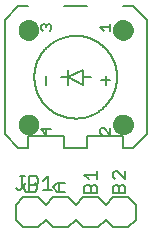
<source format=gbr>
G04 EAGLE Gerber RS-274X export*
G75*
%MOMM*%
%FSLAX34Y34*%
%LPD*%
%INSilkscreen Top*%
%IPPOS*%
%AMOC8*
5,1,8,0,0,1.08239X$1,22.5*%
G01*
%ADD10C,0.203200*%
%ADD11C,0.127000*%
%ADD12C,0.900000*%
%ADD13C,0.152400*%


D10*
X118364Y28956D02*
X107687Y28956D01*
X107687Y34295D01*
X109466Y36074D01*
X111246Y36074D01*
X113025Y34295D01*
X114805Y36074D01*
X116585Y36074D01*
X118364Y34295D01*
X118364Y28956D01*
X113025Y28956D02*
X113025Y34295D01*
X118364Y40650D02*
X118364Y47768D01*
X118364Y40650D02*
X111246Y47768D01*
X109466Y47768D01*
X107687Y45989D01*
X107687Y42429D01*
X109466Y40650D01*
X94234Y28956D02*
X83557Y28956D01*
X83557Y34295D01*
X85336Y36074D01*
X87116Y36074D01*
X88895Y34295D01*
X90675Y36074D01*
X92455Y36074D01*
X94234Y34295D01*
X94234Y28956D01*
X88895Y28956D02*
X88895Y34295D01*
X87116Y40650D02*
X83557Y44209D01*
X94234Y44209D01*
X94234Y40650D02*
X94234Y47768D01*
X34536Y37344D02*
X32757Y35565D01*
X32757Y32006D01*
X34536Y30226D01*
X41655Y30226D01*
X43434Y32006D01*
X43434Y35565D01*
X41655Y37344D01*
X60446Y30226D02*
X67564Y30226D01*
X60446Y30226D02*
X56887Y33785D01*
X60446Y37344D01*
X67564Y37344D01*
X62225Y37344D02*
X62225Y30226D01*
X116200Y187000D02*
X124700Y187000D01*
X136200Y175500D02*
X136200Y78500D01*
X124700Y67000D02*
X116200Y67000D01*
X86200Y67000D02*
X66200Y67000D01*
X36200Y67000D02*
X27700Y67000D01*
X16200Y78500D02*
X16200Y175500D01*
X27700Y187000D02*
X36200Y187000D01*
X66200Y187000D02*
X86200Y187000D01*
X136200Y78500D02*
X124700Y67000D01*
X136200Y175500D02*
X124700Y187000D01*
X27700Y187000D02*
X16200Y175500D01*
X16200Y78500D02*
X27700Y67000D01*
X86200Y67000D02*
X86200Y77000D01*
X116200Y77000D01*
X116200Y67000D01*
X66200Y67000D02*
X66200Y77000D01*
X36200Y77000D01*
X36200Y67000D01*
D11*
X82550Y120650D02*
X82550Y127000D01*
X82550Y133350D01*
X69850Y127000D01*
X82550Y120650D01*
X69850Y120650D02*
X69850Y127000D01*
X69850Y133350D01*
X82550Y127000D02*
X88900Y127000D01*
X69850Y127000D02*
X63500Y127000D01*
D10*
X41200Y127000D02*
X41211Y127859D01*
X41242Y128717D01*
X41295Y129575D01*
X41369Y130431D01*
X41463Y131284D01*
X41579Y132136D01*
X41715Y132984D01*
X41873Y133828D01*
X42050Y134669D01*
X42249Y135504D01*
X42468Y136335D01*
X42707Y137160D01*
X42967Y137979D01*
X43246Y138791D01*
X43545Y139596D01*
X43864Y140394D01*
X44203Y141183D01*
X44560Y141964D01*
X44937Y142736D01*
X45333Y143499D01*
X45747Y144251D01*
X46179Y144994D01*
X46630Y145725D01*
X47099Y146445D01*
X47585Y147153D01*
X48088Y147849D01*
X48608Y148533D01*
X49145Y149204D01*
X49698Y149861D01*
X50267Y150505D01*
X50851Y151134D01*
X51451Y151749D01*
X52066Y152349D01*
X52695Y152933D01*
X53339Y153502D01*
X53996Y154055D01*
X54667Y154592D01*
X55351Y155112D01*
X56047Y155615D01*
X56755Y156101D01*
X57475Y156570D01*
X58206Y157021D01*
X58949Y157453D01*
X59701Y157867D01*
X60464Y158263D01*
X61236Y158640D01*
X62017Y158997D01*
X62806Y159336D01*
X63604Y159655D01*
X64409Y159954D01*
X65221Y160233D01*
X66040Y160493D01*
X66865Y160732D01*
X67696Y160951D01*
X68531Y161150D01*
X69372Y161327D01*
X70216Y161485D01*
X71064Y161621D01*
X71916Y161737D01*
X72769Y161831D01*
X73625Y161905D01*
X74483Y161958D01*
X75341Y161989D01*
X76200Y162000D01*
X77059Y161989D01*
X77917Y161958D01*
X78775Y161905D01*
X79631Y161831D01*
X80484Y161737D01*
X81336Y161621D01*
X82184Y161485D01*
X83028Y161327D01*
X83869Y161150D01*
X84704Y160951D01*
X85535Y160732D01*
X86360Y160493D01*
X87179Y160233D01*
X87991Y159954D01*
X88796Y159655D01*
X89594Y159336D01*
X90383Y158997D01*
X91164Y158640D01*
X91936Y158263D01*
X92699Y157867D01*
X93451Y157453D01*
X94194Y157021D01*
X94925Y156570D01*
X95645Y156101D01*
X96353Y155615D01*
X97049Y155112D01*
X97733Y154592D01*
X98404Y154055D01*
X99061Y153502D01*
X99705Y152933D01*
X100334Y152349D01*
X100949Y151749D01*
X101549Y151134D01*
X102133Y150505D01*
X102702Y149861D01*
X103255Y149204D01*
X103792Y148533D01*
X104312Y147849D01*
X104815Y147153D01*
X105301Y146445D01*
X105770Y145725D01*
X106221Y144994D01*
X106653Y144251D01*
X107067Y143499D01*
X107463Y142736D01*
X107840Y141964D01*
X108197Y141183D01*
X108536Y140394D01*
X108855Y139596D01*
X109154Y138791D01*
X109433Y137979D01*
X109693Y137160D01*
X109932Y136335D01*
X110151Y135504D01*
X110350Y134669D01*
X110527Y133828D01*
X110685Y132984D01*
X110821Y132136D01*
X110937Y131284D01*
X111031Y130431D01*
X111105Y129575D01*
X111158Y128717D01*
X111189Y127859D01*
X111200Y127000D01*
X111189Y126141D01*
X111158Y125283D01*
X111105Y124425D01*
X111031Y123569D01*
X110937Y122716D01*
X110821Y121864D01*
X110685Y121016D01*
X110527Y120172D01*
X110350Y119331D01*
X110151Y118496D01*
X109932Y117665D01*
X109693Y116840D01*
X109433Y116021D01*
X109154Y115209D01*
X108855Y114404D01*
X108536Y113606D01*
X108197Y112817D01*
X107840Y112036D01*
X107463Y111264D01*
X107067Y110501D01*
X106653Y109749D01*
X106221Y109006D01*
X105770Y108275D01*
X105301Y107555D01*
X104815Y106847D01*
X104312Y106151D01*
X103792Y105467D01*
X103255Y104796D01*
X102702Y104139D01*
X102133Y103495D01*
X101549Y102866D01*
X100949Y102251D01*
X100334Y101651D01*
X99705Y101067D01*
X99061Y100498D01*
X98404Y99945D01*
X97733Y99408D01*
X97049Y98888D01*
X96353Y98385D01*
X95645Y97899D01*
X94925Y97430D01*
X94194Y96979D01*
X93451Y96547D01*
X92699Y96133D01*
X91936Y95737D01*
X91164Y95360D01*
X90383Y95003D01*
X89594Y94664D01*
X88796Y94345D01*
X87991Y94046D01*
X87179Y93767D01*
X86360Y93507D01*
X85535Y93268D01*
X84704Y93049D01*
X83869Y92850D01*
X83028Y92673D01*
X82184Y92515D01*
X81336Y92379D01*
X80484Y92263D01*
X79631Y92169D01*
X78775Y92095D01*
X77917Y92042D01*
X77059Y92011D01*
X76200Y92000D01*
X75341Y92011D01*
X74483Y92042D01*
X73625Y92095D01*
X72769Y92169D01*
X71916Y92263D01*
X71064Y92379D01*
X70216Y92515D01*
X69372Y92673D01*
X68531Y92850D01*
X67696Y93049D01*
X66865Y93268D01*
X66040Y93507D01*
X65221Y93767D01*
X64409Y94046D01*
X63604Y94345D01*
X62806Y94664D01*
X62017Y95003D01*
X61236Y95360D01*
X60464Y95737D01*
X59701Y96133D01*
X58949Y96547D01*
X58206Y96979D01*
X57475Y97430D01*
X56755Y97899D01*
X56047Y98385D01*
X55351Y98888D01*
X54667Y99408D01*
X53996Y99945D01*
X53339Y100498D01*
X52695Y101067D01*
X52066Y101651D01*
X51451Y102251D01*
X50851Y102866D01*
X50267Y103495D01*
X49698Y104139D01*
X49145Y104796D01*
X48608Y105467D01*
X48088Y106151D01*
X47585Y106847D01*
X47099Y107555D01*
X46630Y108275D01*
X46179Y109006D01*
X45747Y109749D01*
X45333Y110501D01*
X44937Y111264D01*
X44560Y112036D01*
X44203Y112817D01*
X43864Y113606D01*
X43545Y114404D01*
X43246Y115209D01*
X42967Y116021D01*
X42707Y116840D01*
X42468Y117665D01*
X42249Y118496D01*
X42050Y119331D01*
X41873Y120172D01*
X41715Y121016D01*
X41579Y121864D01*
X41463Y122716D01*
X41369Y123569D01*
X41295Y124425D01*
X41242Y125283D01*
X41211Y126141D01*
X41200Y127000D01*
D12*
X112200Y167000D02*
X112202Y167126D01*
X112208Y167252D01*
X112218Y167378D01*
X112232Y167504D01*
X112250Y167629D01*
X112272Y167753D01*
X112297Y167877D01*
X112327Y168000D01*
X112360Y168121D01*
X112398Y168242D01*
X112439Y168361D01*
X112484Y168480D01*
X112532Y168596D01*
X112584Y168711D01*
X112640Y168824D01*
X112700Y168936D01*
X112763Y169045D01*
X112829Y169153D01*
X112898Y169258D01*
X112971Y169361D01*
X113048Y169462D01*
X113127Y169560D01*
X113209Y169656D01*
X113295Y169749D01*
X113383Y169840D01*
X113474Y169927D01*
X113568Y170012D01*
X113664Y170093D01*
X113763Y170172D01*
X113864Y170247D01*
X113968Y170319D01*
X114074Y170388D01*
X114182Y170454D01*
X114292Y170516D01*
X114404Y170574D01*
X114517Y170629D01*
X114633Y170680D01*
X114750Y170728D01*
X114868Y170772D01*
X114988Y170812D01*
X115109Y170848D01*
X115231Y170881D01*
X115354Y170910D01*
X115478Y170934D01*
X115602Y170955D01*
X115727Y170972D01*
X115853Y170985D01*
X115979Y170994D01*
X116105Y170999D01*
X116232Y171000D01*
X116358Y170997D01*
X116484Y170990D01*
X116610Y170979D01*
X116735Y170964D01*
X116860Y170945D01*
X116984Y170922D01*
X117108Y170896D01*
X117230Y170865D01*
X117352Y170831D01*
X117472Y170792D01*
X117591Y170750D01*
X117709Y170705D01*
X117825Y170655D01*
X117940Y170602D01*
X118052Y170545D01*
X118163Y170485D01*
X118272Y170421D01*
X118379Y170354D01*
X118484Y170284D01*
X118587Y170210D01*
X118687Y170133D01*
X118785Y170053D01*
X118880Y169970D01*
X118972Y169884D01*
X119062Y169795D01*
X119149Y169703D01*
X119232Y169609D01*
X119313Y169512D01*
X119391Y169412D01*
X119466Y169310D01*
X119537Y169206D01*
X119605Y169099D01*
X119669Y168991D01*
X119730Y168880D01*
X119788Y168768D01*
X119842Y168654D01*
X119892Y168538D01*
X119939Y168421D01*
X119982Y168302D01*
X120021Y168182D01*
X120057Y168061D01*
X120088Y167938D01*
X120116Y167815D01*
X120140Y167691D01*
X120160Y167566D01*
X120176Y167441D01*
X120188Y167315D01*
X120196Y167189D01*
X120200Y167063D01*
X120200Y166937D01*
X120196Y166811D01*
X120188Y166685D01*
X120176Y166559D01*
X120160Y166434D01*
X120140Y166309D01*
X120116Y166185D01*
X120088Y166062D01*
X120057Y165939D01*
X120021Y165818D01*
X119982Y165698D01*
X119939Y165579D01*
X119892Y165462D01*
X119842Y165346D01*
X119788Y165232D01*
X119730Y165120D01*
X119669Y165009D01*
X119605Y164901D01*
X119537Y164794D01*
X119466Y164690D01*
X119391Y164588D01*
X119313Y164488D01*
X119232Y164391D01*
X119149Y164297D01*
X119062Y164205D01*
X118972Y164116D01*
X118880Y164030D01*
X118785Y163947D01*
X118687Y163867D01*
X118587Y163790D01*
X118484Y163716D01*
X118379Y163646D01*
X118272Y163579D01*
X118163Y163515D01*
X118052Y163455D01*
X117940Y163398D01*
X117825Y163345D01*
X117709Y163295D01*
X117591Y163250D01*
X117472Y163208D01*
X117352Y163169D01*
X117230Y163135D01*
X117108Y163104D01*
X116984Y163078D01*
X116860Y163055D01*
X116735Y163036D01*
X116610Y163021D01*
X116484Y163010D01*
X116358Y163003D01*
X116232Y163000D01*
X116105Y163001D01*
X115979Y163006D01*
X115853Y163015D01*
X115727Y163028D01*
X115602Y163045D01*
X115478Y163066D01*
X115354Y163090D01*
X115231Y163119D01*
X115109Y163152D01*
X114988Y163188D01*
X114868Y163228D01*
X114750Y163272D01*
X114633Y163320D01*
X114517Y163371D01*
X114404Y163426D01*
X114292Y163484D01*
X114182Y163546D01*
X114074Y163612D01*
X113968Y163681D01*
X113864Y163753D01*
X113763Y163828D01*
X113664Y163907D01*
X113568Y163988D01*
X113474Y164073D01*
X113383Y164160D01*
X113295Y164251D01*
X113209Y164344D01*
X113127Y164440D01*
X113048Y164538D01*
X112971Y164639D01*
X112898Y164742D01*
X112829Y164847D01*
X112763Y164955D01*
X112700Y165064D01*
X112640Y165176D01*
X112584Y165289D01*
X112532Y165404D01*
X112484Y165520D01*
X112439Y165639D01*
X112398Y165758D01*
X112360Y165879D01*
X112327Y166000D01*
X112297Y166123D01*
X112272Y166247D01*
X112250Y166371D01*
X112232Y166496D01*
X112218Y166622D01*
X112208Y166748D01*
X112202Y166874D01*
X112200Y167000D01*
X112200Y87000D02*
X112202Y87126D01*
X112208Y87252D01*
X112218Y87378D01*
X112232Y87504D01*
X112250Y87629D01*
X112272Y87753D01*
X112297Y87877D01*
X112327Y88000D01*
X112360Y88121D01*
X112398Y88242D01*
X112439Y88361D01*
X112484Y88480D01*
X112532Y88596D01*
X112584Y88711D01*
X112640Y88824D01*
X112700Y88936D01*
X112763Y89045D01*
X112829Y89153D01*
X112898Y89258D01*
X112971Y89361D01*
X113048Y89462D01*
X113127Y89560D01*
X113209Y89656D01*
X113295Y89749D01*
X113383Y89840D01*
X113474Y89927D01*
X113568Y90012D01*
X113664Y90093D01*
X113763Y90172D01*
X113864Y90247D01*
X113968Y90319D01*
X114074Y90388D01*
X114182Y90454D01*
X114292Y90516D01*
X114404Y90574D01*
X114517Y90629D01*
X114633Y90680D01*
X114750Y90728D01*
X114868Y90772D01*
X114988Y90812D01*
X115109Y90848D01*
X115231Y90881D01*
X115354Y90910D01*
X115478Y90934D01*
X115602Y90955D01*
X115727Y90972D01*
X115853Y90985D01*
X115979Y90994D01*
X116105Y90999D01*
X116232Y91000D01*
X116358Y90997D01*
X116484Y90990D01*
X116610Y90979D01*
X116735Y90964D01*
X116860Y90945D01*
X116984Y90922D01*
X117108Y90896D01*
X117230Y90865D01*
X117352Y90831D01*
X117472Y90792D01*
X117591Y90750D01*
X117709Y90705D01*
X117825Y90655D01*
X117940Y90602D01*
X118052Y90545D01*
X118163Y90485D01*
X118272Y90421D01*
X118379Y90354D01*
X118484Y90284D01*
X118587Y90210D01*
X118687Y90133D01*
X118785Y90053D01*
X118880Y89970D01*
X118972Y89884D01*
X119062Y89795D01*
X119149Y89703D01*
X119232Y89609D01*
X119313Y89512D01*
X119391Y89412D01*
X119466Y89310D01*
X119537Y89206D01*
X119605Y89099D01*
X119669Y88991D01*
X119730Y88880D01*
X119788Y88768D01*
X119842Y88654D01*
X119892Y88538D01*
X119939Y88421D01*
X119982Y88302D01*
X120021Y88182D01*
X120057Y88061D01*
X120088Y87938D01*
X120116Y87815D01*
X120140Y87691D01*
X120160Y87566D01*
X120176Y87441D01*
X120188Y87315D01*
X120196Y87189D01*
X120200Y87063D01*
X120200Y86937D01*
X120196Y86811D01*
X120188Y86685D01*
X120176Y86559D01*
X120160Y86434D01*
X120140Y86309D01*
X120116Y86185D01*
X120088Y86062D01*
X120057Y85939D01*
X120021Y85818D01*
X119982Y85698D01*
X119939Y85579D01*
X119892Y85462D01*
X119842Y85346D01*
X119788Y85232D01*
X119730Y85120D01*
X119669Y85009D01*
X119605Y84901D01*
X119537Y84794D01*
X119466Y84690D01*
X119391Y84588D01*
X119313Y84488D01*
X119232Y84391D01*
X119149Y84297D01*
X119062Y84205D01*
X118972Y84116D01*
X118880Y84030D01*
X118785Y83947D01*
X118687Y83867D01*
X118587Y83790D01*
X118484Y83716D01*
X118379Y83646D01*
X118272Y83579D01*
X118163Y83515D01*
X118052Y83455D01*
X117940Y83398D01*
X117825Y83345D01*
X117709Y83295D01*
X117591Y83250D01*
X117472Y83208D01*
X117352Y83169D01*
X117230Y83135D01*
X117108Y83104D01*
X116984Y83078D01*
X116860Y83055D01*
X116735Y83036D01*
X116610Y83021D01*
X116484Y83010D01*
X116358Y83003D01*
X116232Y83000D01*
X116105Y83001D01*
X115979Y83006D01*
X115853Y83015D01*
X115727Y83028D01*
X115602Y83045D01*
X115478Y83066D01*
X115354Y83090D01*
X115231Y83119D01*
X115109Y83152D01*
X114988Y83188D01*
X114868Y83228D01*
X114750Y83272D01*
X114633Y83320D01*
X114517Y83371D01*
X114404Y83426D01*
X114292Y83484D01*
X114182Y83546D01*
X114074Y83612D01*
X113968Y83681D01*
X113864Y83753D01*
X113763Y83828D01*
X113664Y83907D01*
X113568Y83988D01*
X113474Y84073D01*
X113383Y84160D01*
X113295Y84251D01*
X113209Y84344D01*
X113127Y84440D01*
X113048Y84538D01*
X112971Y84639D01*
X112898Y84742D01*
X112829Y84847D01*
X112763Y84955D01*
X112700Y85064D01*
X112640Y85176D01*
X112584Y85289D01*
X112532Y85404D01*
X112484Y85520D01*
X112439Y85639D01*
X112398Y85758D01*
X112360Y85879D01*
X112327Y86000D01*
X112297Y86123D01*
X112272Y86247D01*
X112250Y86371D01*
X112232Y86496D01*
X112218Y86622D01*
X112208Y86748D01*
X112202Y86874D01*
X112200Y87000D01*
X32200Y87000D02*
X32202Y87126D01*
X32208Y87252D01*
X32218Y87378D01*
X32232Y87504D01*
X32250Y87629D01*
X32272Y87753D01*
X32297Y87877D01*
X32327Y88000D01*
X32360Y88121D01*
X32398Y88242D01*
X32439Y88361D01*
X32484Y88480D01*
X32532Y88596D01*
X32584Y88711D01*
X32640Y88824D01*
X32700Y88936D01*
X32763Y89045D01*
X32829Y89153D01*
X32898Y89258D01*
X32971Y89361D01*
X33048Y89462D01*
X33127Y89560D01*
X33209Y89656D01*
X33295Y89749D01*
X33383Y89840D01*
X33474Y89927D01*
X33568Y90012D01*
X33664Y90093D01*
X33763Y90172D01*
X33864Y90247D01*
X33968Y90319D01*
X34074Y90388D01*
X34182Y90454D01*
X34292Y90516D01*
X34404Y90574D01*
X34517Y90629D01*
X34633Y90680D01*
X34750Y90728D01*
X34868Y90772D01*
X34988Y90812D01*
X35109Y90848D01*
X35231Y90881D01*
X35354Y90910D01*
X35478Y90934D01*
X35602Y90955D01*
X35727Y90972D01*
X35853Y90985D01*
X35979Y90994D01*
X36105Y90999D01*
X36232Y91000D01*
X36358Y90997D01*
X36484Y90990D01*
X36610Y90979D01*
X36735Y90964D01*
X36860Y90945D01*
X36984Y90922D01*
X37108Y90896D01*
X37230Y90865D01*
X37352Y90831D01*
X37472Y90792D01*
X37591Y90750D01*
X37709Y90705D01*
X37825Y90655D01*
X37940Y90602D01*
X38052Y90545D01*
X38163Y90485D01*
X38272Y90421D01*
X38379Y90354D01*
X38484Y90284D01*
X38587Y90210D01*
X38687Y90133D01*
X38785Y90053D01*
X38880Y89970D01*
X38972Y89884D01*
X39062Y89795D01*
X39149Y89703D01*
X39232Y89609D01*
X39313Y89512D01*
X39391Y89412D01*
X39466Y89310D01*
X39537Y89206D01*
X39605Y89099D01*
X39669Y88991D01*
X39730Y88880D01*
X39788Y88768D01*
X39842Y88654D01*
X39892Y88538D01*
X39939Y88421D01*
X39982Y88302D01*
X40021Y88182D01*
X40057Y88061D01*
X40088Y87938D01*
X40116Y87815D01*
X40140Y87691D01*
X40160Y87566D01*
X40176Y87441D01*
X40188Y87315D01*
X40196Y87189D01*
X40200Y87063D01*
X40200Y86937D01*
X40196Y86811D01*
X40188Y86685D01*
X40176Y86559D01*
X40160Y86434D01*
X40140Y86309D01*
X40116Y86185D01*
X40088Y86062D01*
X40057Y85939D01*
X40021Y85818D01*
X39982Y85698D01*
X39939Y85579D01*
X39892Y85462D01*
X39842Y85346D01*
X39788Y85232D01*
X39730Y85120D01*
X39669Y85009D01*
X39605Y84901D01*
X39537Y84794D01*
X39466Y84690D01*
X39391Y84588D01*
X39313Y84488D01*
X39232Y84391D01*
X39149Y84297D01*
X39062Y84205D01*
X38972Y84116D01*
X38880Y84030D01*
X38785Y83947D01*
X38687Y83867D01*
X38587Y83790D01*
X38484Y83716D01*
X38379Y83646D01*
X38272Y83579D01*
X38163Y83515D01*
X38052Y83455D01*
X37940Y83398D01*
X37825Y83345D01*
X37709Y83295D01*
X37591Y83250D01*
X37472Y83208D01*
X37352Y83169D01*
X37230Y83135D01*
X37108Y83104D01*
X36984Y83078D01*
X36860Y83055D01*
X36735Y83036D01*
X36610Y83021D01*
X36484Y83010D01*
X36358Y83003D01*
X36232Y83000D01*
X36105Y83001D01*
X35979Y83006D01*
X35853Y83015D01*
X35727Y83028D01*
X35602Y83045D01*
X35478Y83066D01*
X35354Y83090D01*
X35231Y83119D01*
X35109Y83152D01*
X34988Y83188D01*
X34868Y83228D01*
X34750Y83272D01*
X34633Y83320D01*
X34517Y83371D01*
X34404Y83426D01*
X34292Y83484D01*
X34182Y83546D01*
X34074Y83612D01*
X33968Y83681D01*
X33864Y83753D01*
X33763Y83828D01*
X33664Y83907D01*
X33568Y83988D01*
X33474Y84073D01*
X33383Y84160D01*
X33295Y84251D01*
X33209Y84344D01*
X33127Y84440D01*
X33048Y84538D01*
X32971Y84639D01*
X32898Y84742D01*
X32829Y84847D01*
X32763Y84955D01*
X32700Y85064D01*
X32640Y85176D01*
X32584Y85289D01*
X32532Y85404D01*
X32484Y85520D01*
X32439Y85639D01*
X32398Y85758D01*
X32360Y85879D01*
X32327Y86000D01*
X32297Y86123D01*
X32272Y86247D01*
X32250Y86371D01*
X32232Y86496D01*
X32218Y86622D01*
X32208Y86748D01*
X32202Y86874D01*
X32200Y87000D01*
X32200Y167000D02*
X32202Y167126D01*
X32208Y167252D01*
X32218Y167378D01*
X32232Y167504D01*
X32250Y167629D01*
X32272Y167753D01*
X32297Y167877D01*
X32327Y168000D01*
X32360Y168121D01*
X32398Y168242D01*
X32439Y168361D01*
X32484Y168480D01*
X32532Y168596D01*
X32584Y168711D01*
X32640Y168824D01*
X32700Y168936D01*
X32763Y169045D01*
X32829Y169153D01*
X32898Y169258D01*
X32971Y169361D01*
X33048Y169462D01*
X33127Y169560D01*
X33209Y169656D01*
X33295Y169749D01*
X33383Y169840D01*
X33474Y169927D01*
X33568Y170012D01*
X33664Y170093D01*
X33763Y170172D01*
X33864Y170247D01*
X33968Y170319D01*
X34074Y170388D01*
X34182Y170454D01*
X34292Y170516D01*
X34404Y170574D01*
X34517Y170629D01*
X34633Y170680D01*
X34750Y170728D01*
X34868Y170772D01*
X34988Y170812D01*
X35109Y170848D01*
X35231Y170881D01*
X35354Y170910D01*
X35478Y170934D01*
X35602Y170955D01*
X35727Y170972D01*
X35853Y170985D01*
X35979Y170994D01*
X36105Y170999D01*
X36232Y171000D01*
X36358Y170997D01*
X36484Y170990D01*
X36610Y170979D01*
X36735Y170964D01*
X36860Y170945D01*
X36984Y170922D01*
X37108Y170896D01*
X37230Y170865D01*
X37352Y170831D01*
X37472Y170792D01*
X37591Y170750D01*
X37709Y170705D01*
X37825Y170655D01*
X37940Y170602D01*
X38052Y170545D01*
X38163Y170485D01*
X38272Y170421D01*
X38379Y170354D01*
X38484Y170284D01*
X38587Y170210D01*
X38687Y170133D01*
X38785Y170053D01*
X38880Y169970D01*
X38972Y169884D01*
X39062Y169795D01*
X39149Y169703D01*
X39232Y169609D01*
X39313Y169512D01*
X39391Y169412D01*
X39466Y169310D01*
X39537Y169206D01*
X39605Y169099D01*
X39669Y168991D01*
X39730Y168880D01*
X39788Y168768D01*
X39842Y168654D01*
X39892Y168538D01*
X39939Y168421D01*
X39982Y168302D01*
X40021Y168182D01*
X40057Y168061D01*
X40088Y167938D01*
X40116Y167815D01*
X40140Y167691D01*
X40160Y167566D01*
X40176Y167441D01*
X40188Y167315D01*
X40196Y167189D01*
X40200Y167063D01*
X40200Y166937D01*
X40196Y166811D01*
X40188Y166685D01*
X40176Y166559D01*
X40160Y166434D01*
X40140Y166309D01*
X40116Y166185D01*
X40088Y166062D01*
X40057Y165939D01*
X40021Y165818D01*
X39982Y165698D01*
X39939Y165579D01*
X39892Y165462D01*
X39842Y165346D01*
X39788Y165232D01*
X39730Y165120D01*
X39669Y165009D01*
X39605Y164901D01*
X39537Y164794D01*
X39466Y164690D01*
X39391Y164588D01*
X39313Y164488D01*
X39232Y164391D01*
X39149Y164297D01*
X39062Y164205D01*
X38972Y164116D01*
X38880Y164030D01*
X38785Y163947D01*
X38687Y163867D01*
X38587Y163790D01*
X38484Y163716D01*
X38379Y163646D01*
X38272Y163579D01*
X38163Y163515D01*
X38052Y163455D01*
X37940Y163398D01*
X37825Y163345D01*
X37709Y163295D01*
X37591Y163250D01*
X37472Y163208D01*
X37352Y163169D01*
X37230Y163135D01*
X37108Y163104D01*
X36984Y163078D01*
X36860Y163055D01*
X36735Y163036D01*
X36610Y163021D01*
X36484Y163010D01*
X36358Y163003D01*
X36232Y163000D01*
X36105Y163001D01*
X35979Y163006D01*
X35853Y163015D01*
X35727Y163028D01*
X35602Y163045D01*
X35478Y163066D01*
X35354Y163090D01*
X35231Y163119D01*
X35109Y163152D01*
X34988Y163188D01*
X34868Y163228D01*
X34750Y163272D01*
X34633Y163320D01*
X34517Y163371D01*
X34404Y163426D01*
X34292Y163484D01*
X34182Y163546D01*
X34074Y163612D01*
X33968Y163681D01*
X33864Y163753D01*
X33763Y163828D01*
X33664Y163907D01*
X33568Y163988D01*
X33474Y164073D01*
X33383Y164160D01*
X33295Y164251D01*
X33209Y164344D01*
X33127Y164440D01*
X33048Y164538D01*
X32971Y164639D01*
X32898Y164742D01*
X32829Y164847D01*
X32763Y164955D01*
X32700Y165064D01*
X32640Y165176D01*
X32584Y165289D01*
X32532Y165404D01*
X32484Y165520D01*
X32439Y165639D01*
X32398Y165758D01*
X32360Y165879D01*
X32327Y166000D01*
X32297Y166123D01*
X32272Y166247D01*
X32250Y166371D01*
X32232Y166496D01*
X32218Y166622D01*
X32208Y166748D01*
X32202Y166874D01*
X32200Y167000D01*
D13*
X96955Y169288D02*
X99836Y166407D01*
X96955Y169288D02*
X105598Y169288D01*
X105598Y166407D02*
X105598Y172169D01*
X105598Y84169D02*
X105598Y78407D01*
X99836Y84169D01*
X98395Y84169D01*
X96955Y82729D01*
X96955Y79847D01*
X98395Y78407D01*
X48395Y166407D02*
X46955Y167847D01*
X46955Y170729D01*
X48395Y172169D01*
X49836Y172169D01*
X51276Y170729D01*
X51276Y169288D01*
X51276Y170729D02*
X52717Y172169D01*
X54157Y172169D01*
X55598Y170729D01*
X55598Y167847D01*
X54157Y166407D01*
X55598Y82729D02*
X46955Y82729D01*
X51276Y78407D01*
X51276Y84169D01*
D10*
X101595Y120767D02*
X101595Y127885D01*
X98036Y124326D02*
X105155Y124326D01*
X50795Y120767D02*
X50795Y127885D01*
X107950Y25400D02*
X120650Y25400D01*
X127000Y19050D01*
X127000Y6350D02*
X120650Y0D01*
X82550Y25400D02*
X76200Y19050D01*
X82550Y25400D02*
X95250Y25400D01*
X101600Y19050D01*
X101600Y6350D02*
X95250Y0D01*
X82550Y0D01*
X76200Y6350D01*
X101600Y19050D02*
X107950Y25400D01*
X101600Y6350D02*
X107950Y0D01*
X120650Y0D01*
X44450Y25400D02*
X31750Y25400D01*
X44450Y25400D02*
X50800Y19050D01*
X50800Y6350D02*
X44450Y0D01*
X50800Y19050D02*
X57150Y25400D01*
X69850Y25400D01*
X76200Y19050D01*
X76200Y6350D02*
X69850Y0D01*
X57150Y0D01*
X50800Y6350D01*
X25400Y6350D02*
X25400Y19050D01*
X31750Y25400D01*
X25400Y6350D02*
X31750Y0D01*
X44450Y0D01*
X127000Y6350D02*
X127000Y19050D01*
D11*
X27180Y31623D02*
X25273Y33530D01*
X27180Y31623D02*
X29086Y31623D01*
X30993Y33530D01*
X30993Y43063D01*
X29086Y43063D02*
X32900Y43063D01*
X36967Y43063D02*
X36967Y31623D01*
X36967Y43063D02*
X42687Y43063D01*
X44593Y41156D01*
X44593Y37343D01*
X42687Y35436D01*
X36967Y35436D01*
X48661Y39250D02*
X52474Y43063D01*
X52474Y31623D01*
X48661Y31623D02*
X56287Y31623D01*
M02*

</source>
